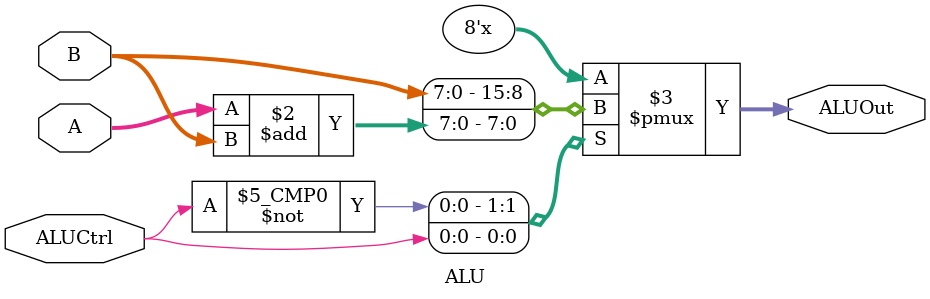
<source format=v>
`timescale 1ns / 1ps
module ALU(
    input [7:0] A,
    input [7:0] B,
    input ALUCtrl,
    output reg [7:0] ALUOut
    );

always@(*)
begin
	case(ALUCtrl)
		1'b0: ALUOut = B;
		1'b1: ALUOut = A+B;
		default: ALUOut = 8'h00;
	endcase
end

endmodule

</source>
